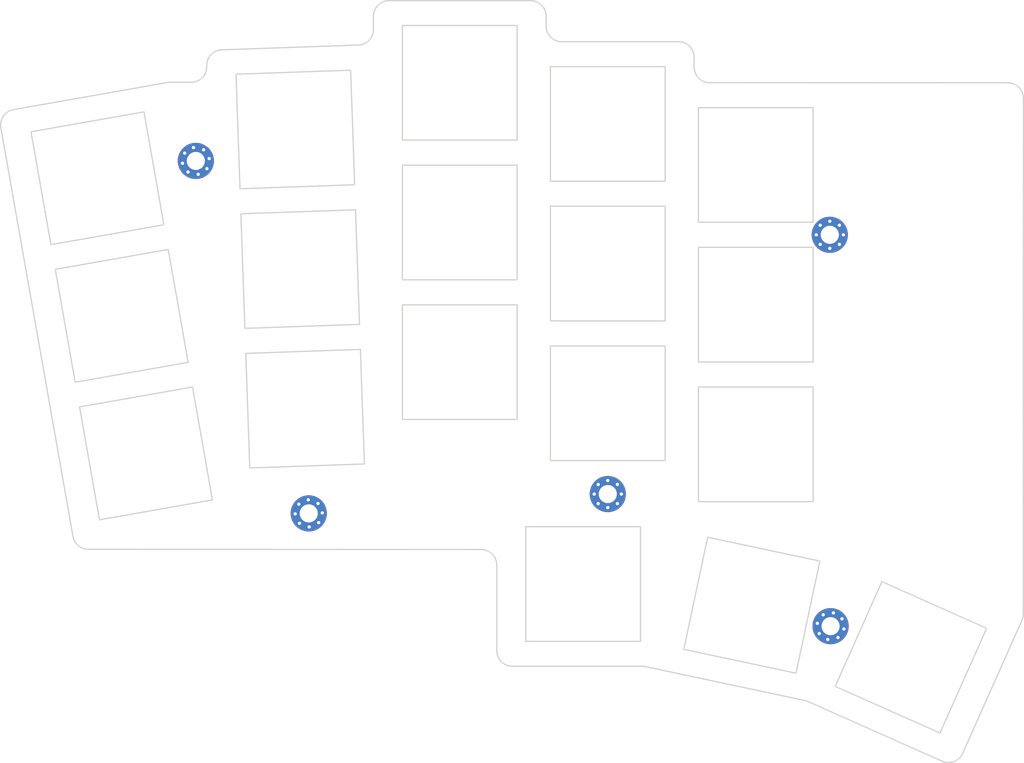
<source format=kicad_pcb>


(kicad_pcb (version 20171130) (host pcbnew 5.1.6)

  (page A3)
  (title_block
    (title "case_blueprint")
    (rev "v1.0.0")
    (company "Unknown")
  )

  (general
    (thickness 1.6)
  )

  (layers
    (0 F.Cu signal)
    (31 B.Cu signal)
    (32 B.Adhes user)
    (33 F.Adhes user)
    (34 B.Paste user)
    (35 F.Paste user)
    (36 B.SilkS user)
    (37 F.SilkS user)
    (38 B.Mask user)
    (39 F.Mask user)
    (40 Dwgs.User user)
    (41 Cmts.User user)
    (42 Eco1.User user)
    (43 Eco2.User user)
    (44 Edge.Cuts user)
    (45 Margin user)
    (46 B.CrtYd user)
    (47 F.CrtYd user)
    (48 B.Fab user)
    (49 F.Fab user)
  )

  (setup
    (last_trace_width 0.25)
    (trace_clearance 0.2)
    (zone_clearance 0.508)
    (zone_45_only no)
    (trace_min 0.2)
    (via_size 0.8)
    (via_drill 0.4)
    (via_min_size 0.4)
    (via_min_drill 0.3)
    (uvia_size 0.3)
    (uvia_drill 0.1)
    (uvias_allowed no)
    (uvia_min_size 0.2)
    (uvia_min_drill 0.1)
    (edge_width 0.05)
    (segment_width 0.2)
    (pcb_text_width 0.3)
    (pcb_text_size 1.5 1.5)
    (mod_edge_width 0.12)
    (mod_text_size 1 1)
    (mod_text_width 0.15)
    (pad_size 1.524 1.524)
    (pad_drill 0.762)
    (pad_to_mask_clearance 0.05)
    (aux_axis_origin 0 0)
    (visible_elements FFFFFF7F)
    (pcbplotparams
      (layerselection 0x010fc_ffffffff)
      (usegerberextensions false)
      (usegerberattributes true)
      (usegerberadvancedattributes true)
      (creategerberjobfile true)
      (excludeedgelayer true)
      (linewidth 0.100000)
      (plotframeref false)
      (viasonmask false)
      (mode 1)
      (useauxorigin false)
      (hpglpennumber 1)
      (hpglpenspeed 20)
      (hpglpendiameter 15.000000)
      (psnegative false)
      (psa4output false)
      (plotreference true)
      (plotvalue true)
      (plotinvisibletext false)
      (padsonsilk false)
      (subtractmaskfromsilk false)
      (outputformat 1)
      (mirror false)
      (drillshape 1)
      (scaleselection 1)
      (outputdirectory ""))
  )

  (net 0 "")

  (net_class Default "This is the default net class."
    (clearance 0.2)
    (trace_width 0.25)
    (via_dia 0.8)
    (via_drill 0.4)
    (uvia_dia 0.3)
    (uvia_drill 0.1)
    (add_net "")
  )

  
    (module "MountingHole_2.2mm_M2_Pad_Via" (version 20210722) (generator pcbnew) (layer "F.Cu")
      (tedit 56DDB9C7)
      (at 106.06137619999998 64.406711 10) 
    
      (fp_text reference "_1" (at 0 -3.2) (layer "F.SilkS") hide 
        (effects (font (size 1 1) (thickness 0.15)))
        (tstamp b68bb25c-687d-44b1-b966-dad4cac66b35)
      )
    
      (fp_circle (center 0 0) (end 2.45 0) (layer "F.CrtYd") (width 0.05) (fill none) (tstamp b2688462-c375-45d3-9095-3425fb17c88f))
      (pad "1" thru_hole circle locked (at 1.166726 1.166726) (size 0.7 0.7) (drill 0.4) (layers *.Cu *.Mask) (tstamp 2a7fc905-328f-4bbb-9222-ca8d15d03a86))
      (pad "1" thru_hole circle locked (at 0 0) (size 4.4 4.4) (drill 2.2) (layers *.Cu *.Mask) (tstamp 47ee1d53-0551-4b6d-bc24-3f3f14c73c36))
      (pad "1" thru_hole circle locked (at 0 1.65) (size 0.7 0.7) (drill 0.4) (layers *.Cu *.Mask) (tstamp 4eef65bc-4add-40d7-8319-14dcdbae0d44))
      (pad "1" thru_hole circle locked (at 1.166726 -1.166726) (size 0.7 0.7) (drill 0.4) (layers *.Cu *.Mask) (tstamp 56155f4d-2ebc-4ad4-8d82-7aa7846deba8))
      (pad "1" thru_hole circle locked (at -1.65 0) (size 0.7 0.7) (drill 0.4) (layers *.Cu *.Mask) (tstamp 787d6162-1d3c-4def-859e-6532ce27c1ef))
      (pad "1" thru_hole circle locked (at -1.166726 -1.166726) (size 0.7 0.7) (drill 0.4) (layers *.Cu *.Mask) (tstamp 8d699d12-7099-4814-bbe6-11bc74c6e8b2))
      (pad "1" thru_hole circle locked (at -1.166726 1.166726) (size 0.7 0.7) (drill 0.4) (layers *.Cu *.Mask) (tstamp 95ab0420-a56b-46ee-98ad-5072a1a93a6f))
      (pad "1" thru_hole circle locked (at 1.65 0) (size 0.7 0.7) (drill 0.4) (layers *.Cu *.Mask) (tstamp cde0acf2-b3b4-46de-9f6e-3ab519744000))
      (pad "1" thru_hole circle locked (at 0 -1.65) (size 0.7 0.7) (drill 0.4) (layers *.Cu *.Mask) (tstamp ff0de415-ae11-46fb-b780-c24aee621212))
    )

    (module "MountingHole_2.2mm_M2_Pad_Via" (version 20210722) (generator pcbnew) (layer "F.Cu")
      (tedit 56DDB9C7)
      (at 183.16278699999998 73.3973763 0) 
    
      (fp_text reference "_2" (at 0 -3.2) (layer "F.SilkS") hide 
        (effects (font (size 1 1) (thickness 0.15)))
        (tstamp b68bb25c-687d-44b1-b966-dad4cac66b35)
      )
    
      (fp_circle (center 0 0) (end 2.45 0) (layer "F.CrtYd") (width 0.05) (fill none) (tstamp b2688462-c375-45d3-9095-3425fb17c88f))
      (pad "1" thru_hole circle locked (at 1.166726 1.166726) (size 0.7 0.7) (drill 0.4) (layers *.Cu *.Mask) (tstamp 2a7fc905-328f-4bbb-9222-ca8d15d03a86))
      (pad "1" thru_hole circle locked (at 0 0) (size 4.4 4.4) (drill 2.2) (layers *.Cu *.Mask) (tstamp 47ee1d53-0551-4b6d-bc24-3f3f14c73c36))
      (pad "1" thru_hole circle locked (at 0 1.65) (size 0.7 0.7) (drill 0.4) (layers *.Cu *.Mask) (tstamp 4eef65bc-4add-40d7-8319-14dcdbae0d44))
      (pad "1" thru_hole circle locked (at 1.166726 -1.166726) (size 0.7 0.7) (drill 0.4) (layers *.Cu *.Mask) (tstamp 56155f4d-2ebc-4ad4-8d82-7aa7846deba8))
      (pad "1" thru_hole circle locked (at -1.65 0) (size 0.7 0.7) (drill 0.4) (layers *.Cu *.Mask) (tstamp 787d6162-1d3c-4def-859e-6532ce27c1ef))
      (pad "1" thru_hole circle locked (at -1.166726 -1.166726) (size 0.7 0.7) (drill 0.4) (layers *.Cu *.Mask) (tstamp 8d699d12-7099-4814-bbe6-11bc74c6e8b2))
      (pad "1" thru_hole circle locked (at -1.166726 1.166726) (size 0.7 0.7) (drill 0.4) (layers *.Cu *.Mask) (tstamp 95ab0420-a56b-46ee-98ad-5072a1a93a6f))
      (pad "1" thru_hole circle locked (at 1.65 0) (size 0.7 0.7) (drill 0.4) (layers *.Cu *.Mask) (tstamp cde0acf2-b3b4-46de-9f6e-3ab519744000))
      (pad "1" thru_hole circle locked (at 0 -1.65) (size 0.7 0.7) (drill 0.4) (layers *.Cu *.Mask) (tstamp ff0de415-ae11-46fb-b780-c24aee621212))
    )

    (module "MountingHole_2.2mm_M2_Pad_Via" (version 20210722) (generator pcbnew) (layer "F.Cu")
      (tedit 56DDB9C7)
      (at 119.79382729999999 107.2996539 2) 
    
      (fp_text reference "_3" (at 0 -3.2) (layer "F.SilkS") hide 
        (effects (font (size 1 1) (thickness 0.15)))
        (tstamp b68bb25c-687d-44b1-b966-dad4cac66b35)
      )
    
      (fp_circle (center 0 0) (end 2.45 0) (layer "F.CrtYd") (width 0.05) (fill none) (tstamp b2688462-c375-45d3-9095-3425fb17c88f))
      (pad "1" thru_hole circle locked (at 1.166726 1.166726) (size 0.7 0.7) (drill 0.4) (layers *.Cu *.Mask) (tstamp 2a7fc905-328f-4bbb-9222-ca8d15d03a86))
      (pad "1" thru_hole circle locked (at 0 0) (size 4.4 4.4) (drill 2.2) (layers *.Cu *.Mask) (tstamp 47ee1d53-0551-4b6d-bc24-3f3f14c73c36))
      (pad "1" thru_hole circle locked (at 0 1.65) (size 0.7 0.7) (drill 0.4) (layers *.Cu *.Mask) (tstamp 4eef65bc-4add-40d7-8319-14dcdbae0d44))
      (pad "1" thru_hole circle locked (at 1.166726 -1.166726) (size 0.7 0.7) (drill 0.4) (layers *.Cu *.Mask) (tstamp 56155f4d-2ebc-4ad4-8d82-7aa7846deba8))
      (pad "1" thru_hole circle locked (at -1.65 0) (size 0.7 0.7) (drill 0.4) (layers *.Cu *.Mask) (tstamp 787d6162-1d3c-4def-859e-6532ce27c1ef))
      (pad "1" thru_hole circle locked (at -1.166726 -1.166726) (size 0.7 0.7) (drill 0.4) (layers *.Cu *.Mask) (tstamp 8d699d12-7099-4814-bbe6-11bc74c6e8b2))
      (pad "1" thru_hole circle locked (at -1.166726 1.166726) (size 0.7 0.7) (drill 0.4) (layers *.Cu *.Mask) (tstamp 95ab0420-a56b-46ee-98ad-5072a1a93a6f))
      (pad "1" thru_hole circle locked (at 1.65 0) (size 0.7 0.7) (drill 0.4) (layers *.Cu *.Mask) (tstamp cde0acf2-b3b4-46de-9f6e-3ab519744000))
      (pad "1" thru_hole circle locked (at 0 -1.65) (size 0.7 0.7) (drill 0.4) (layers *.Cu *.Mask) (tstamp ff0de415-ae11-46fb-b780-c24aee621212))
    )

    (module "MountingHole_2.2mm_M2_Pad_Via" (version 20210722) (generator pcbnew) (layer "F.Cu")
      (tedit 56DDB9C7)
      (at 156.1627869 104.9473764 0) 
    
      (fp_text reference "_4" (at 0 -3.2) (layer "F.SilkS") hide 
        (effects (font (size 1 1) (thickness 0.15)))
        (tstamp b68bb25c-687d-44b1-b966-dad4cac66b35)
      )
    
      (fp_circle (center 0 0) (end 2.45 0) (layer "F.CrtYd") (width 0.05) (fill none) (tstamp b2688462-c375-45d3-9095-3425fb17c88f))
      (pad "1" thru_hole circle locked (at 1.166726 1.166726) (size 0.7 0.7) (drill 0.4) (layers *.Cu *.Mask) (tstamp 2a7fc905-328f-4bbb-9222-ca8d15d03a86))
      (pad "1" thru_hole circle locked (at 0 0) (size 4.4 4.4) (drill 2.2) (layers *.Cu *.Mask) (tstamp 47ee1d53-0551-4b6d-bc24-3f3f14c73c36))
      (pad "1" thru_hole circle locked (at 0 1.65) (size 0.7 0.7) (drill 0.4) (layers *.Cu *.Mask) (tstamp 4eef65bc-4add-40d7-8319-14dcdbae0d44))
      (pad "1" thru_hole circle locked (at 1.166726 -1.166726) (size 0.7 0.7) (drill 0.4) (layers *.Cu *.Mask) (tstamp 56155f4d-2ebc-4ad4-8d82-7aa7846deba8))
      (pad "1" thru_hole circle locked (at -1.65 0) (size 0.7 0.7) (drill 0.4) (layers *.Cu *.Mask) (tstamp 787d6162-1d3c-4def-859e-6532ce27c1ef))
      (pad "1" thru_hole circle locked (at -1.166726 -1.166726) (size 0.7 0.7) (drill 0.4) (layers *.Cu *.Mask) (tstamp 8d699d12-7099-4814-bbe6-11bc74c6e8b2))
      (pad "1" thru_hole circle locked (at -1.166726 1.166726) (size 0.7 0.7) (drill 0.4) (layers *.Cu *.Mask) (tstamp 95ab0420-a56b-46ee-98ad-5072a1a93a6f))
      (pad "1" thru_hole circle locked (at 1.65 0) (size 0.7 0.7) (drill 0.4) (layers *.Cu *.Mask) (tstamp cde0acf2-b3b4-46de-9f6e-3ab519744000))
      (pad "1" thru_hole circle locked (at 0 -1.65) (size 0.7 0.7) (drill 0.4) (layers *.Cu *.Mask) (tstamp ff0de415-ae11-46fb-b780-c24aee621212))
    )

    (module "MountingHole_2.2mm_M2_Pad_Via" (version 20210722) (generator pcbnew) (layer "F.Cu")
      (tedit 56DDB9C7)
      (at 183.26111179999998 121.0248061 -12) 
    
      (fp_text reference "_5" (at 0 -3.2) (layer "F.SilkS") hide 
        (effects (font (size 1 1) (thickness 0.15)))
        (tstamp b68bb25c-687d-44b1-b966-dad4cac66b35)
      )
    
      (fp_circle (center 0 0) (end 2.45 0) (layer "F.CrtYd") (width 0.05) (fill none) (tstamp b2688462-c375-45d3-9095-3425fb17c88f))
      (pad "1" thru_hole circle locked (at 1.166726 1.166726) (size 0.7 0.7) (drill 0.4) (layers *.Cu *.Mask) (tstamp 2a7fc905-328f-4bbb-9222-ca8d15d03a86))
      (pad "1" thru_hole circle locked (at 0 0) (size 4.4 4.4) (drill 2.2) (layers *.Cu *.Mask) (tstamp 47ee1d53-0551-4b6d-bc24-3f3f14c73c36))
      (pad "1" thru_hole circle locked (at 0 1.65) (size 0.7 0.7) (drill 0.4) (layers *.Cu *.Mask) (tstamp 4eef65bc-4add-40d7-8319-14dcdbae0d44))
      (pad "1" thru_hole circle locked (at 1.166726 -1.166726) (size 0.7 0.7) (drill 0.4) (layers *.Cu *.Mask) (tstamp 56155f4d-2ebc-4ad4-8d82-7aa7846deba8))
      (pad "1" thru_hole circle locked (at -1.65 0) (size 0.7 0.7) (drill 0.4) (layers *.Cu *.Mask) (tstamp 787d6162-1d3c-4def-859e-6532ce27c1ef))
      (pad "1" thru_hole circle locked (at -1.166726 -1.166726) (size 0.7 0.7) (drill 0.4) (layers *.Cu *.Mask) (tstamp 8d699d12-7099-4814-bbe6-11bc74c6e8b2))
      (pad "1" thru_hole circle locked (at -1.166726 1.166726) (size 0.7 0.7) (drill 0.4) (layers *.Cu *.Mask) (tstamp 95ab0420-a56b-46ee-98ad-5072a1a93a6f))
      (pad "1" thru_hole circle locked (at 1.65 0) (size 0.7 0.7) (drill 0.4) (layers *.Cu *.Mask) (tstamp cde0acf2-b3b4-46de-9f6e-3ab519744000))
      (pad "1" thru_hole circle locked (at 0 -1.65) (size 0.7 0.7) (drill 0.4) (layers *.Cu *.Mask) (tstamp ff0de415-ae11-46fb-b780-c24aee621212))
    )
  (gr_line (start 82.34893033616795 60.36289942290733) (end 91.11929746327908 110.10212306543963) (angle 90) (layer Edge.Cuts) (width 0.15))
(gr_line (start 102.53578472737154 54.87410181202517) (end 83.89013346903909 58.16183317590318) (angle 90) (layer Edge.Cuts) (width 0.15))
(gr_line (start 109.21851979655227 50.88436005827005) (end 125.82909595272933 50.3043059824355) (angle 90) (layer Edge.Cuts) (width 0.15))
(gr_line (start 107.38598625112297 52.84951170915792) (end 107.38705943284519 52.880243609962235) (angle 90) (layer Edge.Cuts) (width 0.15))
(gr_line (start 148.6627869 47.9973764) (end 148.6627869 46.7973764) (angle 90) (layer Edge.Cuts) (width 0.15))
(gr_line (start 146.76278689999998 44.8973764) (end 129.5627869 44.8973764) (angle 90) (layer Edge.Cuts) (width 0.15))
(gr_line (start 127.66278689999999 46.7973764) (end 127.66278689999999 48.40546338427685) (angle 90) (layer Edge.Cuts) (width 0.15))
(gr_line (start 166.6627869 52.97822147066984) (end 166.6627869 51.7973764) (angle 90) (layer Edge.Cuts) (width 0.15))
(gr_line (start 150.5627869 49.8973764) (end 164.76278689999998 49.8973764) (angle 90) (layer Edge.Cuts) (width 0.15))
(gr_line (start 144.562787 125.8973763) (end 160.29257781103715 125.8973763) (angle 90) (layer Edge.Cuts) (width 0.15))
(gr_line (start 142.66278699999998 113.59641326471593) (end 142.66278699999998 123.9973763) (angle 90) (layer Edge.Cuts) (width 0.15))
(gr_line (start 160.6876100316056 125.93889590437196) (end 180.14085017839207 130.07380974030207) (angle 90) (layer Edge.Cuts) (width 0.15))
(gr_line (start 180.51861748917105 130.196553705364) (end 196.819631208358 137.45423261282264) (angle 90) (layer Edge.Cuts) (width 0.15))
(gr_line (start 199.32816717027157 136.49129571360407) (end 206.52597753934683 120.32474885758296) (angle 90) (layer Edge.Cuts) (width 0.15))
(gr_line (start 102.86667027443303 54.84523670195777) (end 105.48726284469157 54.84655246269639) (angle 90) (layer Edge.Cuts) (width 0.15))
(gr_line (start 168.56183291000497 54.878221270674864) (end 204.81307864073386 54.89642248455294) (angle 90) (layer Edge.Cuts) (width 0.15))
(gr_line (start 206.7121245507633 56.79708481463604) (end 206.69024100880517 119.5526118563721) (angle 90) (layer Edge.Cuts) (width 0.15))
(gr_line (start 140.76375029999488 111.69641346471593) (end 92.9894688532218 111.67219130837313) (angle 90) (layer Edge.Cuts) (width 0.15))
(gr_arc (start 92.99043215321672 109.77219150837311) (end 91.11929745321672 110.1021231083731) (angle -79.97095024671583) (layer Edge.Cuts) (width 0.15))
(gr_arc (start 140.76278699999997 113.59641326471593) (end 142.66278699999998 113.59641326471593) (angle -89.97095103937164) (layer Edge.Cuts) (width 0.15))
(gr_arc (start 144.562787 123.9973763) (end 142.66278699999998 123.9973763) (angle -90) (layer Edge.Cuts) (width 0.15))
(gr_arc (start 160.29257781103715 127.79737630000001) (end 160.68761001103715 125.9388959) (angle -12.000000523348518) (layer Edge.Cuts) (width 0.15))
(gr_arc (start 179.7458179578236 131.93229013593012) (end 180.51861745782358 130.1965537359301) (angle -11.999996234854635) (layer Edge.Cuts) (width 0.15))
(gr_arc (start 197.59243073970546 135.71849618225656) (end 196.81963123970547 137.45423258225657) (angle -89.9999999999988) (layer Edge.Cuts) (width 0.15))
(gr_arc (start 204.79024110878075 119.5519493262355) (end 206.52597750878076 120.3247488262355) (angle -23.980017715527595) (layer Edge.Cuts) (width 0.15))
(gr_arc (start 204.8121246507389 56.79642228456214) (end 206.7121245507389 56.79708478456214) (angle -89.99121082943374) (layer Edge.Cuts) (width 0.15))
(gr_arc (start 168.5627869 52.97822147066984) (end 166.6627869 52.97822147066984) (angle -89.97123178864587) (layer Edge.Cuts) (width 0.15))
(gr_arc (start 164.76278689999998 51.7973764) (end 166.6627869 51.7973764) (angle -90) (layer Edge.Cuts) (width 0.15))
(gr_arc (start 150.5627869 47.9973764) (end 148.6627869 47.9973764) (angle -90) (layer Edge.Cuts) (width 0.15))
(gr_arc (start 146.76278689999998 46.7973764) (end 148.6627869 46.7973764) (angle -90) (layer Edge.Cuts) (width 0.15))
(gr_arc (start 129.5627869 46.7973764) (end 129.5627869 44.8973764) (angle -90) (layer Edge.Cuts) (width 0.15))
(gr_arc (start 125.76278689999998 48.40546338427685) (end 125.82909599999998 50.30430598427685) (angle -87.99999975715536) (layer Edge.Cuts) (width 0.15))
(gr_arc (start 109.28482884928162 52.783202656428706) (end 109.21851974928163 50.884360056428704) (angle -89.99999999999591) (layer Edge.Cuts) (width 0.15))
(gr_arc (start 105.48821683468655 52.946552662691374) (end 105.48726283468656 54.84655246269138) (angle -92.02876845419111) (layer Edge.Cuts) (width 0.15))
(gr_arc (start 102.86571628443805 56.74523650196279) (end 102.86667028443804 54.84523670196279) (angle -10.028769004008268) (layer Edge.Cuts) (width 0.15))
(gr_arc (start 84.22006502610559 60.03296786584082) (end 83.89013342610559 58.16183316584082) (angle -90.00000000000045) (layer Edge.Cuts) (width 0.15))
(gr_line (start 94.342162 108.0802301) (end 108.08023010000001 105.657838) (angle 90) (layer Edge.Cuts) (width 0.15))
(gr_line (start 108.08023010000001 105.657838) (end 105.657838 91.91976989999999) (angle 90) (layer Edge.Cuts) (width 0.15))
(gr_line (start 105.657838 91.91976989999999) (end 91.9197699 94.342162) (angle 90) (layer Edge.Cuts) (width 0.15))
(gr_line (start 91.9197699 94.342162) (end 94.342162 108.0802301) (angle 90) (layer Edge.Cuts) (width 0.15))
(gr_line (start 91.390143 91.3384983) (end 105.1282111 88.9161062) (angle 90) (layer Edge.Cuts) (width 0.15))
(gr_line (start 105.1282111 88.9161062) (end 102.70581899999999 75.1780381) (angle 90) (layer Edge.Cuts) (width 0.15))
(gr_line (start 102.70581899999999 75.1780381) (end 88.9677509 77.6004302) (angle 90) (layer Edge.Cuts) (width 0.15))
(gr_line (start 88.9677509 77.6004302) (end 91.390143 91.3384983) (angle 90) (layer Edge.Cuts) (width 0.15))
(gr_line (start 88.43812399999999 74.5967665) (end 102.1761921 72.1743744) (angle 90) (layer Edge.Cuts) (width 0.15))
(gr_line (start 102.1761921 72.1743744) (end 99.75379999999998 58.4363063) (angle 90) (layer Edge.Cuts) (width 0.15))
(gr_line (start 99.75379999999998 58.4363063) (end 86.01573189999999 60.8586984) (angle 90) (layer Edge.Cuts) (width 0.15))
(gr_line (start 86.01573189999999 60.8586984) (end 88.43812399999999 74.5967665) (angle 90) (layer Edge.Cuts) (width 0.15))
(gr_line (start 112.6215317 101.7715959) (end 126.5630337 101.28474789999999) (angle 90) (layer Edge.Cuts) (width 0.15))
(gr_line (start 126.5630337 101.28474789999999) (end 126.0761857 87.3432459) (angle 90) (layer Edge.Cuts) (width 0.15))
(gr_line (start 126.0761857 87.3432459) (end 112.1346837 87.8300939) (angle 90) (layer Edge.Cuts) (width 0.15))
(gr_line (start 112.1346837 87.8300939) (end 112.6215317 101.7715959) (angle 90) (layer Edge.Cuts) (width 0.15))
(gr_line (start 112.02824030000001 84.78195179999999) (end 125.96974230000001 84.29510379999998) (angle 90) (layer Edge.Cuts) (width 0.15))
(gr_line (start 125.96974230000001 84.29510379999998) (end 125.4828943 70.35360179999998) (angle 90) (layer Edge.Cuts) (width 0.15))
(gr_line (start 125.4828943 70.35360179999998) (end 111.5413923 70.84044979999999) (angle 90) (layer Edge.Cuts) (width 0.15))
(gr_line (start 111.5413923 70.84044979999999) (end 112.02824030000001 84.78195179999999) (angle 90) (layer Edge.Cuts) (width 0.15))
(gr_line (start 111.43494890000001 67.7923077) (end 125.37645090000001 67.30545969999999) (angle 90) (layer Edge.Cuts) (width 0.15))
(gr_line (start 125.37645090000001 67.30545969999999) (end 124.8896029 53.36395769999999) (angle 90) (layer Edge.Cuts) (width 0.15))
(gr_line (start 124.8896029 53.36395769999999) (end 110.9481009 53.850805699999995) (angle 90) (layer Edge.Cuts) (width 0.15))
(gr_line (start 110.9481009 53.850805699999995) (end 111.43494890000001 67.7923077) (angle 90) (layer Edge.Cuts) (width 0.15))
(gr_line (start 131.1877869 95.8723764) (end 145.13778689999998 95.8723764) (angle 90) (layer Edge.Cuts) (width 0.15))
(gr_line (start 145.13778689999998 95.8723764) (end 145.13778689999998 81.92237639999999) (angle 90) (layer Edge.Cuts) (width 0.15))
(gr_line (start 145.13778689999998 81.92237639999999) (end 131.1877869 81.92237639999999) (angle 90) (layer Edge.Cuts) (width 0.15))
(gr_line (start 131.1877869 81.92237639999999) (end 131.1877869 95.8723764) (angle 90) (layer Edge.Cuts) (width 0.15))
(gr_line (start 131.1877869 78.8723764) (end 145.13778689999998 78.8723764) (angle 90) (layer Edge.Cuts) (width 0.15))
(gr_line (start 145.13778689999998 78.8723764) (end 145.13778689999998 64.92237639999999) (angle 90) (layer Edge.Cuts) (width 0.15))
(gr_line (start 145.13778689999998 64.92237639999999) (end 131.1877869 64.92237639999999) (angle 90) (layer Edge.Cuts) (width 0.15))
(gr_line (start 131.1877869 64.92237639999999) (end 131.1877869 78.8723764) (angle 90) (layer Edge.Cuts) (width 0.15))
(gr_line (start 131.1877869 61.8723764) (end 145.13778689999998 61.8723764) (angle 90) (layer Edge.Cuts) (width 0.15))
(gr_line (start 145.13778689999998 61.8723764) (end 145.13778689999998 47.922376400000005) (angle 90) (layer Edge.Cuts) (width 0.15))
(gr_line (start 145.13778689999998 47.922376400000005) (end 131.1877869 47.922376400000005) (angle 90) (layer Edge.Cuts) (width 0.15))
(gr_line (start 131.1877869 47.922376400000005) (end 131.1877869 61.8723764) (angle 90) (layer Edge.Cuts) (width 0.15))
(gr_line (start 149.1877869 100.8723764) (end 163.13778689999998 100.8723764) (angle 90) (layer Edge.Cuts) (width 0.15))
(gr_line (start 163.13778689999998 100.8723764) (end 163.13778689999998 86.92237639999999) (angle 90) (layer Edge.Cuts) (width 0.15))
(gr_line (start 163.13778689999998 86.92237639999999) (end 149.1877869 86.92237639999999) (angle 90) (layer Edge.Cuts) (width 0.15))
(gr_line (start 149.1877869 86.92237639999999) (end 149.1877869 100.8723764) (angle 90) (layer Edge.Cuts) (width 0.15))
(gr_line (start 149.1877869 83.8723764) (end 163.13778689999998 83.8723764) (angle 90) (layer Edge.Cuts) (width 0.15))
(gr_line (start 163.13778689999998 83.8723764) (end 163.13778689999998 69.92237639999999) (angle 90) (layer Edge.Cuts) (width 0.15))
(gr_line (start 163.13778689999998 69.92237639999999) (end 149.1877869 69.92237639999999) (angle 90) (layer Edge.Cuts) (width 0.15))
(gr_line (start 149.1877869 69.92237639999999) (end 149.1877869 83.8723764) (angle 90) (layer Edge.Cuts) (width 0.15))
(gr_line (start 149.1877869 66.8723764) (end 163.13778689999998 66.8723764) (angle 90) (layer Edge.Cuts) (width 0.15))
(gr_line (start 163.13778689999998 66.8723764) (end 163.13778689999998 52.92237639999999) (angle 90) (layer Edge.Cuts) (width 0.15))
(gr_line (start 163.13778689999998 52.92237639999999) (end 149.1877869 52.92237639999999) (angle 90) (layer Edge.Cuts) (width 0.15))
(gr_line (start 149.1877869 52.92237639999999) (end 149.1877869 66.8723764) (angle 90) (layer Edge.Cuts) (width 0.15))
(gr_line (start 167.187787 105.8723763) (end 181.13778699999997 105.8723763) (angle 90) (layer Edge.Cuts) (width 0.15))
(gr_line (start 181.13778699999997 105.8723763) (end 181.13778699999997 91.9223763) (angle 90) (layer Edge.Cuts) (width 0.15))
(gr_line (start 181.13778699999997 91.9223763) (end 167.187787 91.9223763) (angle 90) (layer Edge.Cuts) (width 0.15))
(gr_line (start 167.187787 91.9223763) (end 167.187787 105.8723763) (angle 90) (layer Edge.Cuts) (width 0.15))
(gr_line (start 167.187787 88.8723763) (end 181.13778699999997 88.8723763) (angle 90) (layer Edge.Cuts) (width 0.15))
(gr_line (start 181.13778699999997 88.8723763) (end 181.13778699999997 74.9223763) (angle 90) (layer Edge.Cuts) (width 0.15))
(gr_line (start 181.13778699999997 74.9223763) (end 167.187787 74.9223763) (angle 90) (layer Edge.Cuts) (width 0.15))
(gr_line (start 167.187787 74.9223763) (end 167.187787 88.8723763) (angle 90) (layer Edge.Cuts) (width 0.15))
(gr_line (start 167.187787 71.8723763) (end 181.13778699999997 71.8723763) (angle 90) (layer Edge.Cuts) (width 0.15))
(gr_line (start 181.13778699999997 71.8723763) (end 181.13778699999997 57.922376299999996) (angle 90) (layer Edge.Cuts) (width 0.15))
(gr_line (start 181.13778699999997 57.922376299999996) (end 167.187787 57.922376299999996) (angle 90) (layer Edge.Cuts) (width 0.15))
(gr_line (start 167.187787 57.922376299999996) (end 167.187787 71.8723763) (angle 90) (layer Edge.Cuts) (width 0.15))
(gr_line (start 146.187787 122.8723763) (end 160.13778699999997 122.8723763) (angle 90) (layer Edge.Cuts) (width 0.15))
(gr_line (start 160.13778699999997 122.8723763) (end 160.13778699999997 108.9223763) (angle 90) (layer Edge.Cuts) (width 0.15))
(gr_line (start 160.13778699999997 108.9223763) (end 146.187787 108.9223763) (angle 90) (layer Edge.Cuts) (width 0.15))
(gr_line (start 146.187787 108.9223763) (end 146.187787 122.8723763) (angle 90) (layer Edge.Cuts) (width 0.15))
(gr_line (start 165.4086428 123.8498021) (end 179.0538019 126.7501702) (angle 90) (layer Edge.Cuts) (width 0.15))
(gr_line (start 179.0538019 126.7501702) (end 181.95416999999998 113.1050111) (angle 90) (layer Edge.Cuts) (width 0.15))
(gr_line (start 181.95416999999998 113.1050111) (end 168.3090109 110.204643) (angle 90) (layer Edge.Cuts) (width 0.15))
(gr_line (start 168.3090109 110.204643) (end 165.4086428 123.8498021) (angle 90) (layer Edge.Cuts) (width 0.15))
(gr_line (start 183.82153889999998 128.3558344) (end 196.56549809999999 134.0298106) (angle 90) (layer Edge.Cuts) (width 0.15))
(gr_line (start 196.56549809999999 134.0298106) (end 202.23947429999998 121.2858514) (angle 90) (layer Edge.Cuts) (width 0.15))
(gr_line (start 202.23947429999998 121.2858514) (end 189.49551509999998 115.6118752) (angle 90) (layer Edge.Cuts) (width 0.15))
(gr_line (start 189.49551509999998 115.6118752) (end 183.82153889999998 128.3558344) (angle 90) (layer Edge.Cuts) (width 0.15))

)


</source>
